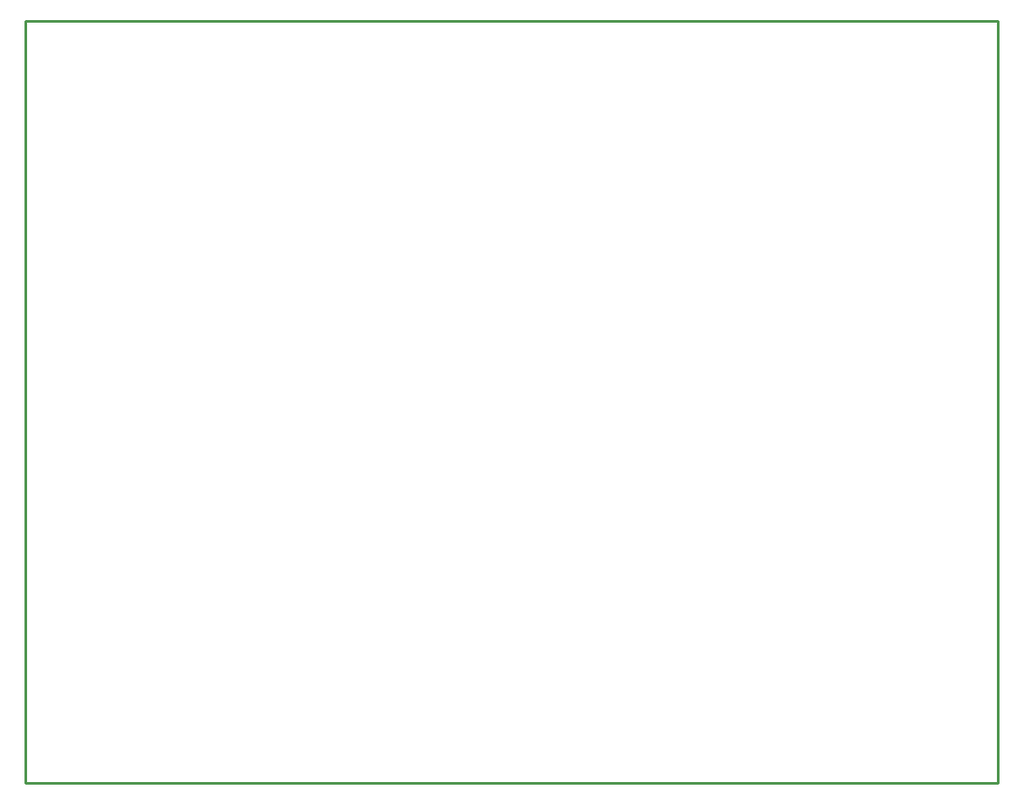
<source format=gko>
G04 Layer: BoardOutline*
G04 EasyEDA v6.1.49, Fri, 31 May 2019 17:24:00 GMT*
G04 71df6b768b89431483a7d7af08236151,dc0d9e76242740cdbd9464dc56747404,10*
G04 Gerber Generator version 0.2*
G04 Scale: 100 percent, Rotated: No, Reflected: No *
G04 Dimensions in millimeters *
G04 leading zeros omitted , absolute positions ,3 integer and 3 decimal *
%FSLAX33Y33*%
%MOMM*%
G90*
G71D02*

%ADD10C,0.254000*%
G54D10*
G01X0Y73914D02*
G01X94234Y73914D01*
G01X94234Y0D01*
G01X0Y0D01*
G01X0Y73914D01*

%LPD*%
M00*
M02*

</source>
